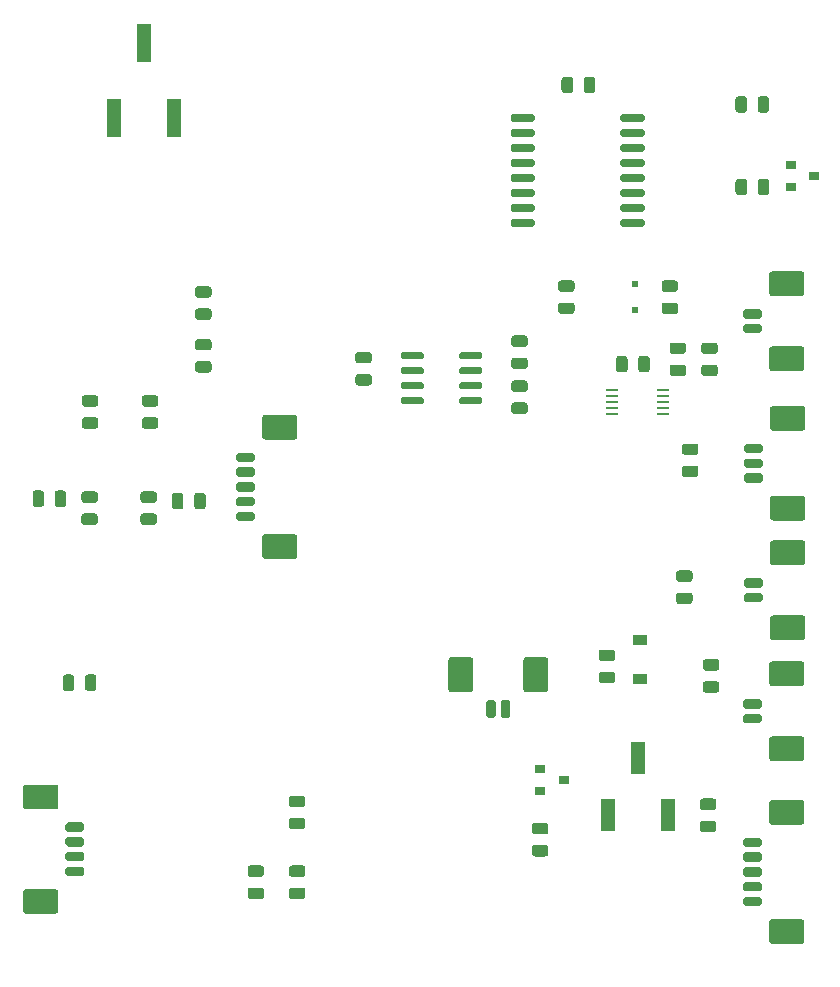
<source format=gbp>
G04 #@! TF.GenerationSoftware,KiCad,Pcbnew,5.1.6+dfsg1-1~bpo9+1*
G04 #@! TF.CreationDate,2022-04-20T06:51:38+02:00*
G04 #@! TF.ProjectId,sdrtrx-arduino,73647274-7278-42d6-9172-6475696e6f2e,rev?*
G04 #@! TF.SameCoordinates,Original*
G04 #@! TF.FileFunction,Paste,Bot*
G04 #@! TF.FilePolarity,Positive*
%FSLAX46Y46*%
G04 Gerber Fmt 4.6, Leading zero omitted, Abs format (unit mm)*
G04 Created by KiCad (PCBNEW 5.1.6+dfsg1-1~bpo9+1) date 2022-04-20 06:51:38*
%MOMM*%
%LPD*%
G01*
G04 APERTURE LIST*
%ADD10R,1.200000X0.900000*%
%ADD11R,1.100000X0.250000*%
%ADD12R,1.190000X3.300000*%
%ADD13R,0.500000X0.500000*%
%ADD14R,1.190000X2.790000*%
%ADD15R,0.900000X0.800000*%
G04 APERTURE END LIST*
G36*
G01*
X150743750Y-75650000D02*
X151656250Y-75650000D01*
G75*
G02*
X151900000Y-75893750I0J-243750D01*
G01*
X151900000Y-76381250D01*
G75*
G02*
X151656250Y-76625000I-243750J0D01*
G01*
X150743750Y-76625000D01*
G75*
G02*
X150500000Y-76381250I0J243750D01*
G01*
X150500000Y-75893750D01*
G75*
G02*
X150743750Y-75650000I243750J0D01*
G01*
G37*
G36*
G01*
X150743750Y-73775000D02*
X151656250Y-73775000D01*
G75*
G02*
X151900000Y-74018750I0J-243750D01*
G01*
X151900000Y-74506250D01*
G75*
G02*
X151656250Y-74750000I-243750J0D01*
G01*
X150743750Y-74750000D01*
G75*
G02*
X150500000Y-74506250I0J243750D01*
G01*
X150500000Y-74018750D01*
G75*
G02*
X150743750Y-73775000I243750J0D01*
G01*
G37*
D10*
X154000000Y-76250000D03*
X154000000Y-72950000D03*
G36*
G01*
X135700000Y-48745000D02*
X135700000Y-49045000D01*
G75*
G02*
X135550000Y-49195000I-150000J0D01*
G01*
X133900000Y-49195000D01*
G75*
G02*
X133750000Y-49045000I0J150000D01*
G01*
X133750000Y-48745000D01*
G75*
G02*
X133900000Y-48595000I150000J0D01*
G01*
X135550000Y-48595000D01*
G75*
G02*
X135700000Y-48745000I0J-150000D01*
G01*
G37*
G36*
G01*
X135700000Y-50015000D02*
X135700000Y-50315000D01*
G75*
G02*
X135550000Y-50465000I-150000J0D01*
G01*
X133900000Y-50465000D01*
G75*
G02*
X133750000Y-50315000I0J150000D01*
G01*
X133750000Y-50015000D01*
G75*
G02*
X133900000Y-49865000I150000J0D01*
G01*
X135550000Y-49865000D01*
G75*
G02*
X135700000Y-50015000I0J-150000D01*
G01*
G37*
G36*
G01*
X135700000Y-51285000D02*
X135700000Y-51585000D01*
G75*
G02*
X135550000Y-51735000I-150000J0D01*
G01*
X133900000Y-51735000D01*
G75*
G02*
X133750000Y-51585000I0J150000D01*
G01*
X133750000Y-51285000D01*
G75*
G02*
X133900000Y-51135000I150000J0D01*
G01*
X135550000Y-51135000D01*
G75*
G02*
X135700000Y-51285000I0J-150000D01*
G01*
G37*
G36*
G01*
X135700000Y-52555000D02*
X135700000Y-52855000D01*
G75*
G02*
X135550000Y-53005000I-150000J0D01*
G01*
X133900000Y-53005000D01*
G75*
G02*
X133750000Y-52855000I0J150000D01*
G01*
X133750000Y-52555000D01*
G75*
G02*
X133900000Y-52405000I150000J0D01*
G01*
X135550000Y-52405000D01*
G75*
G02*
X135700000Y-52555000I0J-150000D01*
G01*
G37*
G36*
G01*
X140650000Y-52555000D02*
X140650000Y-52855000D01*
G75*
G02*
X140500000Y-53005000I-150000J0D01*
G01*
X138850000Y-53005000D01*
G75*
G02*
X138700000Y-52855000I0J150000D01*
G01*
X138700000Y-52555000D01*
G75*
G02*
X138850000Y-52405000I150000J0D01*
G01*
X140500000Y-52405000D01*
G75*
G02*
X140650000Y-52555000I0J-150000D01*
G01*
G37*
G36*
G01*
X140650000Y-51285000D02*
X140650000Y-51585000D01*
G75*
G02*
X140500000Y-51735000I-150000J0D01*
G01*
X138850000Y-51735000D01*
G75*
G02*
X138700000Y-51585000I0J150000D01*
G01*
X138700000Y-51285000D01*
G75*
G02*
X138850000Y-51135000I150000J0D01*
G01*
X140500000Y-51135000D01*
G75*
G02*
X140650000Y-51285000I0J-150000D01*
G01*
G37*
G36*
G01*
X140650000Y-50015000D02*
X140650000Y-50315000D01*
G75*
G02*
X140500000Y-50465000I-150000J0D01*
G01*
X138850000Y-50465000D01*
G75*
G02*
X138700000Y-50315000I0J150000D01*
G01*
X138700000Y-50015000D01*
G75*
G02*
X138850000Y-49865000I150000J0D01*
G01*
X140500000Y-49865000D01*
G75*
G02*
X140650000Y-50015000I0J-150000D01*
G01*
G37*
G36*
G01*
X140650000Y-48745000D02*
X140650000Y-49045000D01*
G75*
G02*
X140500000Y-49195000I-150000J0D01*
G01*
X138850000Y-49195000D01*
G75*
G02*
X138700000Y-49045000I0J150000D01*
G01*
X138700000Y-48745000D01*
G75*
G02*
X138850000Y-48595000I150000J0D01*
G01*
X140500000Y-48595000D01*
G75*
G02*
X140650000Y-48745000I0J-150000D01*
G01*
G37*
D11*
X151650000Y-51800000D03*
X151650000Y-52300000D03*
X151650000Y-52800000D03*
X151650000Y-53300000D03*
X151650000Y-53800000D03*
X155950000Y-53800000D03*
X155950000Y-53300000D03*
X155950000Y-52800000D03*
X155950000Y-52300000D03*
X155950000Y-51800000D03*
G36*
G01*
X143343750Y-49050000D02*
X144256250Y-49050000D01*
G75*
G02*
X144500000Y-49293750I0J-243750D01*
G01*
X144500000Y-49781250D01*
G75*
G02*
X144256250Y-50025000I-243750J0D01*
G01*
X143343750Y-50025000D01*
G75*
G02*
X143100000Y-49781250I0J243750D01*
G01*
X143100000Y-49293750D01*
G75*
G02*
X143343750Y-49050000I243750J0D01*
G01*
G37*
G36*
G01*
X143343750Y-47175000D02*
X144256250Y-47175000D01*
G75*
G02*
X144500000Y-47418750I0J-243750D01*
G01*
X144500000Y-47906250D01*
G75*
G02*
X144256250Y-48150000I-243750J0D01*
G01*
X143343750Y-48150000D01*
G75*
G02*
X143100000Y-47906250I0J243750D01*
G01*
X143100000Y-47418750D01*
G75*
G02*
X143343750Y-47175000I243750J0D01*
G01*
G37*
G36*
G01*
X144256250Y-51950000D02*
X143343750Y-51950000D01*
G75*
G02*
X143100000Y-51706250I0J243750D01*
G01*
X143100000Y-51218750D01*
G75*
G02*
X143343750Y-50975000I243750J0D01*
G01*
X144256250Y-50975000D01*
G75*
G02*
X144500000Y-51218750I0J-243750D01*
G01*
X144500000Y-51706250D01*
G75*
G02*
X144256250Y-51950000I-243750J0D01*
G01*
G37*
G36*
G01*
X144256250Y-53825000D02*
X143343750Y-53825000D01*
G75*
G02*
X143100000Y-53581250I0J243750D01*
G01*
X143100000Y-53093750D01*
G75*
G02*
X143343750Y-52850000I243750J0D01*
G01*
X144256250Y-52850000D01*
G75*
G02*
X144500000Y-53093750I0J-243750D01*
G01*
X144500000Y-53581250D01*
G75*
G02*
X144256250Y-53825000I-243750J0D01*
G01*
G37*
G36*
G01*
X153850000Y-50056250D02*
X153850000Y-49143750D01*
G75*
G02*
X154093750Y-48900000I243750J0D01*
G01*
X154581250Y-48900000D01*
G75*
G02*
X154825000Y-49143750I0J-243750D01*
G01*
X154825000Y-50056250D01*
G75*
G02*
X154581250Y-50300000I-243750J0D01*
G01*
X154093750Y-50300000D01*
G75*
G02*
X153850000Y-50056250I0J243750D01*
G01*
G37*
G36*
G01*
X151975000Y-50056250D02*
X151975000Y-49143750D01*
G75*
G02*
X152218750Y-48900000I243750J0D01*
G01*
X152706250Y-48900000D01*
G75*
G02*
X152950000Y-49143750I0J-243750D01*
G01*
X152950000Y-50056250D01*
G75*
G02*
X152706250Y-50300000I-243750J0D01*
G01*
X152218750Y-50300000D01*
G75*
G02*
X151975000Y-50056250I0J243750D01*
G01*
G37*
D12*
X114540000Y-28800000D03*
X112000000Y-22400000D03*
X109460000Y-28800000D03*
G36*
G01*
X106943750Y-62250000D02*
X107856250Y-62250000D01*
G75*
G02*
X108100000Y-62493750I0J-243750D01*
G01*
X108100000Y-62981250D01*
G75*
G02*
X107856250Y-63225000I-243750J0D01*
G01*
X106943750Y-63225000D01*
G75*
G02*
X106700000Y-62981250I0J243750D01*
G01*
X106700000Y-62493750D01*
G75*
G02*
X106943750Y-62250000I243750J0D01*
G01*
G37*
G36*
G01*
X106943750Y-60375000D02*
X107856250Y-60375000D01*
G75*
G02*
X108100000Y-60618750I0J-243750D01*
G01*
X108100000Y-61106250D01*
G75*
G02*
X107856250Y-61350000I-243750J0D01*
G01*
X106943750Y-61350000D01*
G75*
G02*
X106700000Y-61106250I0J243750D01*
G01*
X106700000Y-60618750D01*
G75*
G02*
X106943750Y-60375000I243750J0D01*
G01*
G37*
G36*
G01*
X112856250Y-61350000D02*
X111943750Y-61350000D01*
G75*
G02*
X111700000Y-61106250I0J243750D01*
G01*
X111700000Y-60618750D01*
G75*
G02*
X111943750Y-60375000I243750J0D01*
G01*
X112856250Y-60375000D01*
G75*
G02*
X113100000Y-60618750I0J-243750D01*
G01*
X113100000Y-61106250D01*
G75*
G02*
X112856250Y-61350000I-243750J0D01*
G01*
G37*
G36*
G01*
X112856250Y-63225000D02*
X111943750Y-63225000D01*
G75*
G02*
X111700000Y-62981250I0J243750D01*
G01*
X111700000Y-62493750D01*
G75*
G02*
X111943750Y-62250000I243750J0D01*
G01*
X112856250Y-62250000D01*
G75*
G02*
X113100000Y-62493750I0J-243750D01*
G01*
X113100000Y-62981250D01*
G75*
G02*
X112856250Y-63225000I-243750J0D01*
G01*
G37*
G36*
G01*
X144125000Y-77150000D02*
X144125000Y-74650000D01*
G75*
G02*
X144375000Y-74400000I250000J0D01*
G01*
X145975000Y-74400000D01*
G75*
G02*
X146225000Y-74650000I0J-250000D01*
G01*
X146225000Y-77150000D01*
G75*
G02*
X145975000Y-77400000I-250000J0D01*
G01*
X144375000Y-77400000D01*
G75*
G02*
X144125000Y-77150000I0J250000D01*
G01*
G37*
G36*
G01*
X137775000Y-77150000D02*
X137775000Y-74650000D01*
G75*
G02*
X138025000Y-74400000I250000J0D01*
G01*
X139625000Y-74400000D01*
G75*
G02*
X139875000Y-74650000I0J-250000D01*
G01*
X139875000Y-77150000D01*
G75*
G02*
X139625000Y-77400000I-250000J0D01*
G01*
X138025000Y-77400000D01*
G75*
G02*
X137775000Y-77150000I0J250000D01*
G01*
G37*
G36*
G01*
X142225000Y-79400000D02*
X142225000Y-78200000D01*
G75*
G02*
X142425000Y-78000000I200000J0D01*
G01*
X142825000Y-78000000D01*
G75*
G02*
X143025000Y-78200000I0J-200000D01*
G01*
X143025000Y-79400000D01*
G75*
G02*
X142825000Y-79600000I-200000J0D01*
G01*
X142425000Y-79600000D01*
G75*
G02*
X142225000Y-79400000I0J200000D01*
G01*
G37*
G36*
G01*
X140975000Y-79400000D02*
X140975000Y-78200000D01*
G75*
G02*
X141175000Y-78000000I200000J0D01*
G01*
X141575000Y-78000000D01*
G75*
G02*
X141775000Y-78200000I0J-200000D01*
G01*
X141775000Y-79400000D01*
G75*
G02*
X141575000Y-79600000I-200000J0D01*
G01*
X141175000Y-79600000D01*
G75*
G02*
X140975000Y-79400000I0J200000D01*
G01*
G37*
G36*
G01*
X165175500Y-96600000D02*
X167675500Y-96600000D01*
G75*
G02*
X167925500Y-96850000I0J-250000D01*
G01*
X167925500Y-98450000D01*
G75*
G02*
X167675500Y-98700000I-250000J0D01*
G01*
X165175500Y-98700000D01*
G75*
G02*
X164925500Y-98450000I0J250000D01*
G01*
X164925500Y-96850000D01*
G75*
G02*
X165175500Y-96600000I250000J0D01*
G01*
G37*
G36*
G01*
X165175500Y-86500000D02*
X167675500Y-86500000D01*
G75*
G02*
X167925500Y-86750000I0J-250000D01*
G01*
X167925500Y-88350000D01*
G75*
G02*
X167675500Y-88600000I-250000J0D01*
G01*
X165175500Y-88600000D01*
G75*
G02*
X164925500Y-88350000I0J250000D01*
G01*
X164925500Y-86750000D01*
G75*
G02*
X165175500Y-86500000I250000J0D01*
G01*
G37*
G36*
G01*
X162925500Y-94700000D02*
X164125500Y-94700000D01*
G75*
G02*
X164325500Y-94900000I0J-200000D01*
G01*
X164325500Y-95300000D01*
G75*
G02*
X164125500Y-95500000I-200000J0D01*
G01*
X162925500Y-95500000D01*
G75*
G02*
X162725500Y-95300000I0J200000D01*
G01*
X162725500Y-94900000D01*
G75*
G02*
X162925500Y-94700000I200000J0D01*
G01*
G37*
G36*
G01*
X162925500Y-93450000D02*
X164125500Y-93450000D01*
G75*
G02*
X164325500Y-93650000I0J-200000D01*
G01*
X164325500Y-94050000D01*
G75*
G02*
X164125500Y-94250000I-200000J0D01*
G01*
X162925500Y-94250000D01*
G75*
G02*
X162725500Y-94050000I0J200000D01*
G01*
X162725500Y-93650000D01*
G75*
G02*
X162925500Y-93450000I200000J0D01*
G01*
G37*
G36*
G01*
X162925500Y-92200000D02*
X164125500Y-92200000D01*
G75*
G02*
X164325500Y-92400000I0J-200000D01*
G01*
X164325500Y-92800000D01*
G75*
G02*
X164125500Y-93000000I-200000J0D01*
G01*
X162925500Y-93000000D01*
G75*
G02*
X162725500Y-92800000I0J200000D01*
G01*
X162725500Y-92400000D01*
G75*
G02*
X162925500Y-92200000I200000J0D01*
G01*
G37*
G36*
G01*
X162925500Y-90950000D02*
X164125500Y-90950000D01*
G75*
G02*
X164325500Y-91150000I0J-200000D01*
G01*
X164325500Y-91550000D01*
G75*
G02*
X164125500Y-91750000I-200000J0D01*
G01*
X162925500Y-91750000D01*
G75*
G02*
X162725500Y-91550000I0J200000D01*
G01*
X162725500Y-91150000D01*
G75*
G02*
X162925500Y-90950000I200000J0D01*
G01*
G37*
G36*
G01*
X162925500Y-89700000D02*
X164125500Y-89700000D01*
G75*
G02*
X164325500Y-89900000I0J-200000D01*
G01*
X164325500Y-90300000D01*
G75*
G02*
X164125500Y-90500000I-200000J0D01*
G01*
X162925500Y-90500000D01*
G75*
G02*
X162725500Y-90300000I0J200000D01*
G01*
X162725500Y-89900000D01*
G75*
G02*
X162925500Y-89700000I200000J0D01*
G01*
G37*
G36*
G01*
X122250000Y-64000000D02*
X124750000Y-64000000D01*
G75*
G02*
X125000000Y-64250000I0J-250000D01*
G01*
X125000000Y-65850000D01*
G75*
G02*
X124750000Y-66100000I-250000J0D01*
G01*
X122250000Y-66100000D01*
G75*
G02*
X122000000Y-65850000I0J250000D01*
G01*
X122000000Y-64250000D01*
G75*
G02*
X122250000Y-64000000I250000J0D01*
G01*
G37*
G36*
G01*
X122250000Y-53900000D02*
X124750000Y-53900000D01*
G75*
G02*
X125000000Y-54150000I0J-250000D01*
G01*
X125000000Y-55750000D01*
G75*
G02*
X124750000Y-56000000I-250000J0D01*
G01*
X122250000Y-56000000D01*
G75*
G02*
X122000000Y-55750000I0J250000D01*
G01*
X122000000Y-54150000D01*
G75*
G02*
X122250000Y-53900000I250000J0D01*
G01*
G37*
G36*
G01*
X120000000Y-62100000D02*
X121200000Y-62100000D01*
G75*
G02*
X121400000Y-62300000I0J-200000D01*
G01*
X121400000Y-62700000D01*
G75*
G02*
X121200000Y-62900000I-200000J0D01*
G01*
X120000000Y-62900000D01*
G75*
G02*
X119800000Y-62700000I0J200000D01*
G01*
X119800000Y-62300000D01*
G75*
G02*
X120000000Y-62100000I200000J0D01*
G01*
G37*
G36*
G01*
X120000000Y-60850000D02*
X121200000Y-60850000D01*
G75*
G02*
X121400000Y-61050000I0J-200000D01*
G01*
X121400000Y-61450000D01*
G75*
G02*
X121200000Y-61650000I-200000J0D01*
G01*
X120000000Y-61650000D01*
G75*
G02*
X119800000Y-61450000I0J200000D01*
G01*
X119800000Y-61050000D01*
G75*
G02*
X120000000Y-60850000I200000J0D01*
G01*
G37*
G36*
G01*
X120000000Y-59600000D02*
X121200000Y-59600000D01*
G75*
G02*
X121400000Y-59800000I0J-200000D01*
G01*
X121400000Y-60200000D01*
G75*
G02*
X121200000Y-60400000I-200000J0D01*
G01*
X120000000Y-60400000D01*
G75*
G02*
X119800000Y-60200000I0J200000D01*
G01*
X119800000Y-59800000D01*
G75*
G02*
X120000000Y-59600000I200000J0D01*
G01*
G37*
G36*
G01*
X120000000Y-58350000D02*
X121200000Y-58350000D01*
G75*
G02*
X121400000Y-58550000I0J-200000D01*
G01*
X121400000Y-58950000D01*
G75*
G02*
X121200000Y-59150000I-200000J0D01*
G01*
X120000000Y-59150000D01*
G75*
G02*
X119800000Y-58950000I0J200000D01*
G01*
X119800000Y-58550000D01*
G75*
G02*
X120000000Y-58350000I200000J0D01*
G01*
G37*
G36*
G01*
X120000000Y-57100000D02*
X121200000Y-57100000D01*
G75*
G02*
X121400000Y-57300000I0J-200000D01*
G01*
X121400000Y-57700000D01*
G75*
G02*
X121200000Y-57900000I-200000J0D01*
G01*
X120000000Y-57900000D01*
G75*
G02*
X119800000Y-57700000I0J200000D01*
G01*
X119800000Y-57300000D01*
G75*
G02*
X120000000Y-57100000I200000J0D01*
G01*
G37*
G36*
G01*
X103550000Y-60543750D02*
X103550000Y-61456250D01*
G75*
G02*
X103306250Y-61700000I-243750J0D01*
G01*
X102818750Y-61700000D01*
G75*
G02*
X102575000Y-61456250I0J243750D01*
G01*
X102575000Y-60543750D01*
G75*
G02*
X102818750Y-60300000I243750J0D01*
G01*
X103306250Y-60300000D01*
G75*
G02*
X103550000Y-60543750I0J-243750D01*
G01*
G37*
G36*
G01*
X105425000Y-60543750D02*
X105425000Y-61456250D01*
G75*
G02*
X105181250Y-61700000I-243750J0D01*
G01*
X104693750Y-61700000D01*
G75*
G02*
X104450000Y-61456250I0J243750D01*
G01*
X104450000Y-60543750D01*
G75*
G02*
X104693750Y-60300000I243750J0D01*
G01*
X105181250Y-60300000D01*
G75*
G02*
X105425000Y-60543750I0J-243750D01*
G01*
G37*
G36*
G01*
X115350000Y-60743750D02*
X115350000Y-61656250D01*
G75*
G02*
X115106250Y-61900000I-243750J0D01*
G01*
X114618750Y-61900000D01*
G75*
G02*
X114375000Y-61656250I0J243750D01*
G01*
X114375000Y-60743750D01*
G75*
G02*
X114618750Y-60500000I243750J0D01*
G01*
X115106250Y-60500000D01*
G75*
G02*
X115350000Y-60743750I0J-243750D01*
G01*
G37*
G36*
G01*
X117225000Y-60743750D02*
X117225000Y-61656250D01*
G75*
G02*
X116981250Y-61900000I-243750J0D01*
G01*
X116493750Y-61900000D01*
G75*
G02*
X116250000Y-61656250I0J243750D01*
G01*
X116250000Y-60743750D01*
G75*
G02*
X116493750Y-60500000I243750J0D01*
G01*
X116981250Y-60500000D01*
G75*
G02*
X117225000Y-60743750I0J-243750D01*
G01*
G37*
G36*
G01*
X158206250Y-68050000D02*
X157293750Y-68050000D01*
G75*
G02*
X157050000Y-67806250I0J243750D01*
G01*
X157050000Y-67318750D01*
G75*
G02*
X157293750Y-67075000I243750J0D01*
G01*
X158206250Y-67075000D01*
G75*
G02*
X158450000Y-67318750I0J-243750D01*
G01*
X158450000Y-67806250D01*
G75*
G02*
X158206250Y-68050000I-243750J0D01*
G01*
G37*
G36*
G01*
X158206250Y-69925000D02*
X157293750Y-69925000D01*
G75*
G02*
X157050000Y-69681250I0J243750D01*
G01*
X157050000Y-69193750D01*
G75*
G02*
X157293750Y-68950000I243750J0D01*
G01*
X158206250Y-68950000D01*
G75*
G02*
X158450000Y-69193750I0J-243750D01*
G01*
X158450000Y-69681250D01*
G75*
G02*
X158206250Y-69925000I-243750J0D01*
G01*
G37*
G36*
G01*
X165250000Y-70875000D02*
X167750000Y-70875000D01*
G75*
G02*
X168000000Y-71125000I0J-250000D01*
G01*
X168000000Y-72725000D01*
G75*
G02*
X167750000Y-72975000I-250000J0D01*
G01*
X165250000Y-72975000D01*
G75*
G02*
X165000000Y-72725000I0J250000D01*
G01*
X165000000Y-71125000D01*
G75*
G02*
X165250000Y-70875000I250000J0D01*
G01*
G37*
G36*
G01*
X165250000Y-64525000D02*
X167750000Y-64525000D01*
G75*
G02*
X168000000Y-64775000I0J-250000D01*
G01*
X168000000Y-66375000D01*
G75*
G02*
X167750000Y-66625000I-250000J0D01*
G01*
X165250000Y-66625000D01*
G75*
G02*
X165000000Y-66375000I0J250000D01*
G01*
X165000000Y-64775000D01*
G75*
G02*
X165250000Y-64525000I250000J0D01*
G01*
G37*
G36*
G01*
X163000000Y-68975000D02*
X164200000Y-68975000D01*
G75*
G02*
X164400000Y-69175000I0J-200000D01*
G01*
X164400000Y-69575000D01*
G75*
G02*
X164200000Y-69775000I-200000J0D01*
G01*
X163000000Y-69775000D01*
G75*
G02*
X162800000Y-69575000I0J200000D01*
G01*
X162800000Y-69175000D01*
G75*
G02*
X163000000Y-68975000I200000J0D01*
G01*
G37*
G36*
G01*
X163000000Y-67725000D02*
X164200000Y-67725000D01*
G75*
G02*
X164400000Y-67925000I0J-200000D01*
G01*
X164400000Y-68325000D01*
G75*
G02*
X164200000Y-68525000I-200000J0D01*
G01*
X163000000Y-68525000D01*
G75*
G02*
X162800000Y-68325000I0J200000D01*
G01*
X162800000Y-67925000D01*
G75*
G02*
X163000000Y-67725000I200000J0D01*
G01*
G37*
D13*
X153606500Y-45042000D03*
X153606500Y-42842000D03*
G36*
G01*
X165175500Y-48099000D02*
X167675500Y-48099000D01*
G75*
G02*
X167925500Y-48349000I0J-250000D01*
G01*
X167925500Y-49949000D01*
G75*
G02*
X167675500Y-50199000I-250000J0D01*
G01*
X165175500Y-50199000D01*
G75*
G02*
X164925500Y-49949000I0J250000D01*
G01*
X164925500Y-48349000D01*
G75*
G02*
X165175500Y-48099000I250000J0D01*
G01*
G37*
G36*
G01*
X165175500Y-41749000D02*
X167675500Y-41749000D01*
G75*
G02*
X167925500Y-41999000I0J-250000D01*
G01*
X167925500Y-43599000D01*
G75*
G02*
X167675500Y-43849000I-250000J0D01*
G01*
X165175500Y-43849000D01*
G75*
G02*
X164925500Y-43599000I0J250000D01*
G01*
X164925500Y-41999000D01*
G75*
G02*
X165175500Y-41749000I250000J0D01*
G01*
G37*
G36*
G01*
X162925500Y-46199000D02*
X164125500Y-46199000D01*
G75*
G02*
X164325500Y-46399000I0J-200000D01*
G01*
X164325500Y-46799000D01*
G75*
G02*
X164125500Y-46999000I-200000J0D01*
G01*
X162925500Y-46999000D01*
G75*
G02*
X162725500Y-46799000I0J200000D01*
G01*
X162725500Y-46399000D01*
G75*
G02*
X162925500Y-46199000I200000J0D01*
G01*
G37*
G36*
G01*
X162925500Y-44949000D02*
X164125500Y-44949000D01*
G75*
G02*
X164325500Y-45149000I0J-200000D01*
G01*
X164325500Y-45549000D01*
G75*
G02*
X164125500Y-45749000I-200000J0D01*
G01*
X162925500Y-45749000D01*
G75*
G02*
X162725500Y-45549000I0J200000D01*
G01*
X162725500Y-45149000D01*
G75*
G02*
X162925500Y-44949000I200000J0D01*
G01*
G37*
G36*
G01*
X104509000Y-87303000D02*
X102009000Y-87303000D01*
G75*
G02*
X101759000Y-87053000I0J250000D01*
G01*
X101759000Y-85453000D01*
G75*
G02*
X102009000Y-85203000I250000J0D01*
G01*
X104509000Y-85203000D01*
G75*
G02*
X104759000Y-85453000I0J-250000D01*
G01*
X104759000Y-87053000D01*
G75*
G02*
X104509000Y-87303000I-250000J0D01*
G01*
G37*
G36*
G01*
X104509000Y-96153000D02*
X102009000Y-96153000D01*
G75*
G02*
X101759000Y-95903000I0J250000D01*
G01*
X101759000Y-94303000D01*
G75*
G02*
X102009000Y-94053000I250000J0D01*
G01*
X104509000Y-94053000D01*
G75*
G02*
X104759000Y-94303000I0J-250000D01*
G01*
X104759000Y-95903000D01*
G75*
G02*
X104509000Y-96153000I-250000J0D01*
G01*
G37*
G36*
G01*
X106759000Y-89203000D02*
X105559000Y-89203000D01*
G75*
G02*
X105359000Y-89003000I0J200000D01*
G01*
X105359000Y-88603000D01*
G75*
G02*
X105559000Y-88403000I200000J0D01*
G01*
X106759000Y-88403000D01*
G75*
G02*
X106959000Y-88603000I0J-200000D01*
G01*
X106959000Y-89003000D01*
G75*
G02*
X106759000Y-89203000I-200000J0D01*
G01*
G37*
G36*
G01*
X106759000Y-90453000D02*
X105559000Y-90453000D01*
G75*
G02*
X105359000Y-90253000I0J200000D01*
G01*
X105359000Y-89853000D01*
G75*
G02*
X105559000Y-89653000I200000J0D01*
G01*
X106759000Y-89653000D01*
G75*
G02*
X106959000Y-89853000I0J-200000D01*
G01*
X106959000Y-90253000D01*
G75*
G02*
X106759000Y-90453000I-200000J0D01*
G01*
G37*
G36*
G01*
X106759000Y-91703000D02*
X105559000Y-91703000D01*
G75*
G02*
X105359000Y-91503000I0J200000D01*
G01*
X105359000Y-91103000D01*
G75*
G02*
X105559000Y-90903000I200000J0D01*
G01*
X106759000Y-90903000D01*
G75*
G02*
X106959000Y-91103000I0J-200000D01*
G01*
X106959000Y-91503000D01*
G75*
G02*
X106759000Y-91703000I-200000J0D01*
G01*
G37*
G36*
G01*
X106759000Y-92953000D02*
X105559000Y-92953000D01*
G75*
G02*
X105359000Y-92753000I0J200000D01*
G01*
X105359000Y-92353000D01*
G75*
G02*
X105559000Y-92153000I200000J0D01*
G01*
X106759000Y-92153000D01*
G75*
G02*
X106959000Y-92353000I0J-200000D01*
G01*
X106959000Y-92753000D01*
G75*
G02*
X106759000Y-92953000I-200000J0D01*
G01*
G37*
G36*
G01*
X165175500Y-81125000D02*
X167675500Y-81125000D01*
G75*
G02*
X167925500Y-81375000I0J-250000D01*
G01*
X167925500Y-82975000D01*
G75*
G02*
X167675500Y-83225000I-250000J0D01*
G01*
X165175500Y-83225000D01*
G75*
G02*
X164925500Y-82975000I0J250000D01*
G01*
X164925500Y-81375000D01*
G75*
G02*
X165175500Y-81125000I250000J0D01*
G01*
G37*
G36*
G01*
X165175500Y-74775000D02*
X167675500Y-74775000D01*
G75*
G02*
X167925500Y-75025000I0J-250000D01*
G01*
X167925500Y-76625000D01*
G75*
G02*
X167675500Y-76875000I-250000J0D01*
G01*
X165175500Y-76875000D01*
G75*
G02*
X164925500Y-76625000I0J250000D01*
G01*
X164925500Y-75025000D01*
G75*
G02*
X165175500Y-74775000I250000J0D01*
G01*
G37*
G36*
G01*
X162925500Y-79225000D02*
X164125500Y-79225000D01*
G75*
G02*
X164325500Y-79425000I0J-200000D01*
G01*
X164325500Y-79825000D01*
G75*
G02*
X164125500Y-80025000I-200000J0D01*
G01*
X162925500Y-80025000D01*
G75*
G02*
X162725500Y-79825000I0J200000D01*
G01*
X162725500Y-79425000D01*
G75*
G02*
X162925500Y-79225000I200000J0D01*
G01*
G37*
G36*
G01*
X162925500Y-77975000D02*
X164125500Y-77975000D01*
G75*
G02*
X164325500Y-78175000I0J-200000D01*
G01*
X164325500Y-78575000D01*
G75*
G02*
X164125500Y-78775000I-200000J0D01*
G01*
X162925500Y-78775000D01*
G75*
G02*
X162725500Y-78575000I0J200000D01*
G01*
X162725500Y-78175000D01*
G75*
G02*
X162925500Y-77975000I200000J0D01*
G01*
G37*
G36*
G01*
X165250000Y-60750000D02*
X167750000Y-60750000D01*
G75*
G02*
X168000000Y-61000000I0J-250000D01*
G01*
X168000000Y-62600000D01*
G75*
G02*
X167750000Y-62850000I-250000J0D01*
G01*
X165250000Y-62850000D01*
G75*
G02*
X165000000Y-62600000I0J250000D01*
G01*
X165000000Y-61000000D01*
G75*
G02*
X165250000Y-60750000I250000J0D01*
G01*
G37*
G36*
G01*
X165250000Y-53150000D02*
X167750000Y-53150000D01*
G75*
G02*
X168000000Y-53400000I0J-250000D01*
G01*
X168000000Y-55000000D01*
G75*
G02*
X167750000Y-55250000I-250000J0D01*
G01*
X165250000Y-55250000D01*
G75*
G02*
X165000000Y-55000000I0J250000D01*
G01*
X165000000Y-53400000D01*
G75*
G02*
X165250000Y-53150000I250000J0D01*
G01*
G37*
G36*
G01*
X163000000Y-58850000D02*
X164200000Y-58850000D01*
G75*
G02*
X164400000Y-59050000I0J-200000D01*
G01*
X164400000Y-59450000D01*
G75*
G02*
X164200000Y-59650000I-200000J0D01*
G01*
X163000000Y-59650000D01*
G75*
G02*
X162800000Y-59450000I0J200000D01*
G01*
X162800000Y-59050000D01*
G75*
G02*
X163000000Y-58850000I200000J0D01*
G01*
G37*
G36*
G01*
X163000000Y-57600000D02*
X164200000Y-57600000D01*
G75*
G02*
X164400000Y-57800000I0J-200000D01*
G01*
X164400000Y-58200000D01*
G75*
G02*
X164200000Y-58400000I-200000J0D01*
G01*
X163000000Y-58400000D01*
G75*
G02*
X162800000Y-58200000I0J200000D01*
G01*
X162800000Y-57800000D01*
G75*
G02*
X163000000Y-57600000I200000J0D01*
G01*
G37*
G36*
G01*
X163000000Y-56350000D02*
X164200000Y-56350000D01*
G75*
G02*
X164400000Y-56550000I0J-200000D01*
G01*
X164400000Y-56950000D01*
G75*
G02*
X164200000Y-57150000I-200000J0D01*
G01*
X163000000Y-57150000D01*
G75*
G02*
X162800000Y-56950000I0J200000D01*
G01*
X162800000Y-56550000D01*
G75*
G02*
X163000000Y-56350000I200000J0D01*
G01*
G37*
G36*
G01*
X152342000Y-37805500D02*
X152342000Y-37505500D01*
G75*
G02*
X152492000Y-37355500I150000J0D01*
G01*
X154242000Y-37355500D01*
G75*
G02*
X154392000Y-37505500I0J-150000D01*
G01*
X154392000Y-37805500D01*
G75*
G02*
X154242000Y-37955500I-150000J0D01*
G01*
X152492000Y-37955500D01*
G75*
G02*
X152342000Y-37805500I0J150000D01*
G01*
G37*
G36*
G01*
X152342000Y-36535500D02*
X152342000Y-36235500D01*
G75*
G02*
X152492000Y-36085500I150000J0D01*
G01*
X154242000Y-36085500D01*
G75*
G02*
X154392000Y-36235500I0J-150000D01*
G01*
X154392000Y-36535500D01*
G75*
G02*
X154242000Y-36685500I-150000J0D01*
G01*
X152492000Y-36685500D01*
G75*
G02*
X152342000Y-36535500I0J150000D01*
G01*
G37*
G36*
G01*
X152342000Y-35265500D02*
X152342000Y-34965500D01*
G75*
G02*
X152492000Y-34815500I150000J0D01*
G01*
X154242000Y-34815500D01*
G75*
G02*
X154392000Y-34965500I0J-150000D01*
G01*
X154392000Y-35265500D01*
G75*
G02*
X154242000Y-35415500I-150000J0D01*
G01*
X152492000Y-35415500D01*
G75*
G02*
X152342000Y-35265500I0J150000D01*
G01*
G37*
G36*
G01*
X152342000Y-33995500D02*
X152342000Y-33695500D01*
G75*
G02*
X152492000Y-33545500I150000J0D01*
G01*
X154242000Y-33545500D01*
G75*
G02*
X154392000Y-33695500I0J-150000D01*
G01*
X154392000Y-33995500D01*
G75*
G02*
X154242000Y-34145500I-150000J0D01*
G01*
X152492000Y-34145500D01*
G75*
G02*
X152342000Y-33995500I0J150000D01*
G01*
G37*
G36*
G01*
X152342000Y-32725500D02*
X152342000Y-32425500D01*
G75*
G02*
X152492000Y-32275500I150000J0D01*
G01*
X154242000Y-32275500D01*
G75*
G02*
X154392000Y-32425500I0J-150000D01*
G01*
X154392000Y-32725500D01*
G75*
G02*
X154242000Y-32875500I-150000J0D01*
G01*
X152492000Y-32875500D01*
G75*
G02*
X152342000Y-32725500I0J150000D01*
G01*
G37*
G36*
G01*
X152342000Y-31455500D02*
X152342000Y-31155500D01*
G75*
G02*
X152492000Y-31005500I150000J0D01*
G01*
X154242000Y-31005500D01*
G75*
G02*
X154392000Y-31155500I0J-150000D01*
G01*
X154392000Y-31455500D01*
G75*
G02*
X154242000Y-31605500I-150000J0D01*
G01*
X152492000Y-31605500D01*
G75*
G02*
X152342000Y-31455500I0J150000D01*
G01*
G37*
G36*
G01*
X152342000Y-30185500D02*
X152342000Y-29885500D01*
G75*
G02*
X152492000Y-29735500I150000J0D01*
G01*
X154242000Y-29735500D01*
G75*
G02*
X154392000Y-29885500I0J-150000D01*
G01*
X154392000Y-30185500D01*
G75*
G02*
X154242000Y-30335500I-150000J0D01*
G01*
X152492000Y-30335500D01*
G75*
G02*
X152342000Y-30185500I0J150000D01*
G01*
G37*
G36*
G01*
X152342000Y-28915500D02*
X152342000Y-28615500D01*
G75*
G02*
X152492000Y-28465500I150000J0D01*
G01*
X154242000Y-28465500D01*
G75*
G02*
X154392000Y-28615500I0J-150000D01*
G01*
X154392000Y-28915500D01*
G75*
G02*
X154242000Y-29065500I-150000J0D01*
G01*
X152492000Y-29065500D01*
G75*
G02*
X152342000Y-28915500I0J150000D01*
G01*
G37*
G36*
G01*
X143042000Y-28915500D02*
X143042000Y-28615500D01*
G75*
G02*
X143192000Y-28465500I150000J0D01*
G01*
X144942000Y-28465500D01*
G75*
G02*
X145092000Y-28615500I0J-150000D01*
G01*
X145092000Y-28915500D01*
G75*
G02*
X144942000Y-29065500I-150000J0D01*
G01*
X143192000Y-29065500D01*
G75*
G02*
X143042000Y-28915500I0J150000D01*
G01*
G37*
G36*
G01*
X143042000Y-30185500D02*
X143042000Y-29885500D01*
G75*
G02*
X143192000Y-29735500I150000J0D01*
G01*
X144942000Y-29735500D01*
G75*
G02*
X145092000Y-29885500I0J-150000D01*
G01*
X145092000Y-30185500D01*
G75*
G02*
X144942000Y-30335500I-150000J0D01*
G01*
X143192000Y-30335500D01*
G75*
G02*
X143042000Y-30185500I0J150000D01*
G01*
G37*
G36*
G01*
X143042000Y-31455500D02*
X143042000Y-31155500D01*
G75*
G02*
X143192000Y-31005500I150000J0D01*
G01*
X144942000Y-31005500D01*
G75*
G02*
X145092000Y-31155500I0J-150000D01*
G01*
X145092000Y-31455500D01*
G75*
G02*
X144942000Y-31605500I-150000J0D01*
G01*
X143192000Y-31605500D01*
G75*
G02*
X143042000Y-31455500I0J150000D01*
G01*
G37*
G36*
G01*
X143042000Y-32725500D02*
X143042000Y-32425500D01*
G75*
G02*
X143192000Y-32275500I150000J0D01*
G01*
X144942000Y-32275500D01*
G75*
G02*
X145092000Y-32425500I0J-150000D01*
G01*
X145092000Y-32725500D01*
G75*
G02*
X144942000Y-32875500I-150000J0D01*
G01*
X143192000Y-32875500D01*
G75*
G02*
X143042000Y-32725500I0J150000D01*
G01*
G37*
G36*
G01*
X143042000Y-33995500D02*
X143042000Y-33695500D01*
G75*
G02*
X143192000Y-33545500I150000J0D01*
G01*
X144942000Y-33545500D01*
G75*
G02*
X145092000Y-33695500I0J-150000D01*
G01*
X145092000Y-33995500D01*
G75*
G02*
X144942000Y-34145500I-150000J0D01*
G01*
X143192000Y-34145500D01*
G75*
G02*
X143042000Y-33995500I0J150000D01*
G01*
G37*
G36*
G01*
X143042000Y-35265500D02*
X143042000Y-34965500D01*
G75*
G02*
X143192000Y-34815500I150000J0D01*
G01*
X144942000Y-34815500D01*
G75*
G02*
X145092000Y-34965500I0J-150000D01*
G01*
X145092000Y-35265500D01*
G75*
G02*
X144942000Y-35415500I-150000J0D01*
G01*
X143192000Y-35415500D01*
G75*
G02*
X143042000Y-35265500I0J150000D01*
G01*
G37*
G36*
G01*
X143042000Y-36535500D02*
X143042000Y-36235500D01*
G75*
G02*
X143192000Y-36085500I150000J0D01*
G01*
X144942000Y-36085500D01*
G75*
G02*
X145092000Y-36235500I0J-150000D01*
G01*
X145092000Y-36535500D01*
G75*
G02*
X144942000Y-36685500I-150000J0D01*
G01*
X143192000Y-36685500D01*
G75*
G02*
X143042000Y-36535500I0J150000D01*
G01*
G37*
G36*
G01*
X143042000Y-37805500D02*
X143042000Y-37505500D01*
G75*
G02*
X143192000Y-37355500I150000J0D01*
G01*
X144942000Y-37355500D01*
G75*
G02*
X145092000Y-37505500I0J-150000D01*
G01*
X145092000Y-37805500D01*
G75*
G02*
X144942000Y-37955500I-150000J0D01*
G01*
X143192000Y-37955500D01*
G75*
G02*
X143042000Y-37805500I0J150000D01*
G01*
G37*
D14*
X151257000Y-87757000D03*
X153797000Y-82927000D03*
X156337000Y-87757000D03*
G36*
G01*
X160476250Y-75550000D02*
X159563750Y-75550000D01*
G75*
G02*
X159320000Y-75306250I0J243750D01*
G01*
X159320000Y-74818750D01*
G75*
G02*
X159563750Y-74575000I243750J0D01*
G01*
X160476250Y-74575000D01*
G75*
G02*
X160720000Y-74818750I0J-243750D01*
G01*
X160720000Y-75306250D01*
G75*
G02*
X160476250Y-75550000I-243750J0D01*
G01*
G37*
G36*
G01*
X160476250Y-77425000D02*
X159563750Y-77425000D01*
G75*
G02*
X159320000Y-77181250I0J243750D01*
G01*
X159320000Y-76693750D01*
G75*
G02*
X159563750Y-76450000I243750J0D01*
G01*
X160476250Y-76450000D01*
G75*
G02*
X160720000Y-76693750I0J-243750D01*
G01*
X160720000Y-77181250D01*
G75*
G02*
X160476250Y-77425000I-243750J0D01*
G01*
G37*
G36*
G01*
X163962500Y-28078750D02*
X163962500Y-27166250D01*
G75*
G02*
X164206250Y-26922500I243750J0D01*
G01*
X164693750Y-26922500D01*
G75*
G02*
X164937500Y-27166250I0J-243750D01*
G01*
X164937500Y-28078750D01*
G75*
G02*
X164693750Y-28322500I-243750J0D01*
G01*
X164206250Y-28322500D01*
G75*
G02*
X163962500Y-28078750I0J243750D01*
G01*
G37*
G36*
G01*
X162087500Y-28078750D02*
X162087500Y-27166250D01*
G75*
G02*
X162331250Y-26922500I243750J0D01*
G01*
X162818750Y-26922500D01*
G75*
G02*
X163062500Y-27166250I0J-243750D01*
G01*
X163062500Y-28078750D01*
G75*
G02*
X162818750Y-28322500I-243750J0D01*
G01*
X162331250Y-28322500D01*
G75*
G02*
X162087500Y-28078750I0J243750D01*
G01*
G37*
G36*
G01*
X163962500Y-35063750D02*
X163962500Y-34151250D01*
G75*
G02*
X164206250Y-33907500I243750J0D01*
G01*
X164693750Y-33907500D01*
G75*
G02*
X164937500Y-34151250I0J-243750D01*
G01*
X164937500Y-35063750D01*
G75*
G02*
X164693750Y-35307500I-243750J0D01*
G01*
X164206250Y-35307500D01*
G75*
G02*
X163962500Y-35063750I0J243750D01*
G01*
G37*
G36*
G01*
X162087500Y-35063750D02*
X162087500Y-34151250D01*
G75*
G02*
X162331250Y-33907500I243750J0D01*
G01*
X162818750Y-33907500D01*
G75*
G02*
X163062500Y-34151250I0J-243750D01*
G01*
X163062500Y-35063750D01*
G75*
G02*
X162818750Y-35307500I-243750J0D01*
G01*
X162331250Y-35307500D01*
G75*
G02*
X162087500Y-35063750I0J243750D01*
G01*
G37*
G36*
G01*
X160222250Y-87355500D02*
X159309750Y-87355500D01*
G75*
G02*
X159066000Y-87111750I0J243750D01*
G01*
X159066000Y-86624250D01*
G75*
G02*
X159309750Y-86380500I243750J0D01*
G01*
X160222250Y-86380500D01*
G75*
G02*
X160466000Y-86624250I0J-243750D01*
G01*
X160466000Y-87111750D01*
G75*
G02*
X160222250Y-87355500I-243750J0D01*
G01*
G37*
G36*
G01*
X160222250Y-89230500D02*
X159309750Y-89230500D01*
G75*
G02*
X159066000Y-88986750I0J243750D01*
G01*
X159066000Y-88499250D01*
G75*
G02*
X159309750Y-88255500I243750J0D01*
G01*
X160222250Y-88255500D01*
G75*
G02*
X160466000Y-88499250I0J-243750D01*
G01*
X160466000Y-88986750D01*
G75*
G02*
X160222250Y-89230500I-243750J0D01*
G01*
G37*
G36*
G01*
X124511750Y-93922000D02*
X125424250Y-93922000D01*
G75*
G02*
X125668000Y-94165750I0J-243750D01*
G01*
X125668000Y-94653250D01*
G75*
G02*
X125424250Y-94897000I-243750J0D01*
G01*
X124511750Y-94897000D01*
G75*
G02*
X124268000Y-94653250I0J243750D01*
G01*
X124268000Y-94165750D01*
G75*
G02*
X124511750Y-93922000I243750J0D01*
G01*
G37*
G36*
G01*
X124511750Y-92047000D02*
X125424250Y-92047000D01*
G75*
G02*
X125668000Y-92290750I0J-243750D01*
G01*
X125668000Y-92778250D01*
G75*
G02*
X125424250Y-93022000I-243750J0D01*
G01*
X124511750Y-93022000D01*
G75*
G02*
X124268000Y-92778250I0J243750D01*
G01*
X124268000Y-92290750D01*
G75*
G02*
X124511750Y-92047000I243750J0D01*
G01*
G37*
G36*
G01*
X121019250Y-93922000D02*
X121931750Y-93922000D01*
G75*
G02*
X122175500Y-94165750I0J-243750D01*
G01*
X122175500Y-94653250D01*
G75*
G02*
X121931750Y-94897000I-243750J0D01*
G01*
X121019250Y-94897000D01*
G75*
G02*
X120775500Y-94653250I0J243750D01*
G01*
X120775500Y-94165750D01*
G75*
G02*
X121019250Y-93922000I243750J0D01*
G01*
G37*
G36*
G01*
X121019250Y-92047000D02*
X121931750Y-92047000D01*
G75*
G02*
X122175500Y-92290750I0J-243750D01*
G01*
X122175500Y-92778250D01*
G75*
G02*
X121931750Y-93022000I-243750J0D01*
G01*
X121019250Y-93022000D01*
G75*
G02*
X120775500Y-92778250I0J243750D01*
G01*
X120775500Y-92290750D01*
G75*
G02*
X121019250Y-92047000I243750J0D01*
G01*
G37*
G36*
G01*
X145085750Y-90317500D02*
X145998250Y-90317500D01*
G75*
G02*
X146242000Y-90561250I0J-243750D01*
G01*
X146242000Y-91048750D01*
G75*
G02*
X145998250Y-91292500I-243750J0D01*
G01*
X145085750Y-91292500D01*
G75*
G02*
X144842000Y-91048750I0J243750D01*
G01*
X144842000Y-90561250D01*
G75*
G02*
X145085750Y-90317500I243750J0D01*
G01*
G37*
G36*
G01*
X145085750Y-88442500D02*
X145998250Y-88442500D01*
G75*
G02*
X146242000Y-88686250I0J-243750D01*
G01*
X146242000Y-89173750D01*
G75*
G02*
X145998250Y-89417500I-243750J0D01*
G01*
X145085750Y-89417500D01*
G75*
G02*
X144842000Y-89173750I0J243750D01*
G01*
X144842000Y-88686250D01*
G75*
G02*
X145085750Y-88442500I243750J0D01*
G01*
G37*
G36*
G01*
X157793750Y-58200000D02*
X158706250Y-58200000D01*
G75*
G02*
X158950000Y-58443750I0J-243750D01*
G01*
X158950000Y-58931250D01*
G75*
G02*
X158706250Y-59175000I-243750J0D01*
G01*
X157793750Y-59175000D01*
G75*
G02*
X157550000Y-58931250I0J243750D01*
G01*
X157550000Y-58443750D01*
G75*
G02*
X157793750Y-58200000I243750J0D01*
G01*
G37*
G36*
G01*
X157793750Y-56325000D02*
X158706250Y-56325000D01*
G75*
G02*
X158950000Y-56568750I0J-243750D01*
G01*
X158950000Y-57056250D01*
G75*
G02*
X158706250Y-57300000I-243750J0D01*
G01*
X157793750Y-57300000D01*
G75*
G02*
X157550000Y-57056250I0J243750D01*
G01*
X157550000Y-56568750D01*
G75*
G02*
X157793750Y-56325000I243750J0D01*
G01*
G37*
G36*
G01*
X107003000Y-77037250D02*
X107003000Y-76124750D01*
G75*
G02*
X107246750Y-75881000I243750J0D01*
G01*
X107734250Y-75881000D01*
G75*
G02*
X107978000Y-76124750I0J-243750D01*
G01*
X107978000Y-77037250D01*
G75*
G02*
X107734250Y-77281000I-243750J0D01*
G01*
X107246750Y-77281000D01*
G75*
G02*
X107003000Y-77037250I0J243750D01*
G01*
G37*
G36*
G01*
X105128000Y-77037250D02*
X105128000Y-76124750D01*
G75*
G02*
X105371750Y-75881000I243750J0D01*
G01*
X105859250Y-75881000D01*
G75*
G02*
X106103000Y-76124750I0J-243750D01*
G01*
X106103000Y-77037250D01*
G75*
G02*
X105859250Y-77281000I-243750J0D01*
G01*
X105371750Y-77281000D01*
G75*
G02*
X105128000Y-77037250I0J243750D01*
G01*
G37*
G36*
G01*
X125424250Y-87116500D02*
X124511750Y-87116500D01*
G75*
G02*
X124268000Y-86872750I0J243750D01*
G01*
X124268000Y-86385250D01*
G75*
G02*
X124511750Y-86141500I243750J0D01*
G01*
X125424250Y-86141500D01*
G75*
G02*
X125668000Y-86385250I0J-243750D01*
G01*
X125668000Y-86872750D01*
G75*
G02*
X125424250Y-87116500I-243750J0D01*
G01*
G37*
G36*
G01*
X125424250Y-88991500D02*
X124511750Y-88991500D01*
G75*
G02*
X124268000Y-88747750I0J243750D01*
G01*
X124268000Y-88260250D01*
G75*
G02*
X124511750Y-88016500I243750J0D01*
G01*
X125424250Y-88016500D01*
G75*
G02*
X125668000Y-88260250I0J-243750D01*
G01*
X125668000Y-88747750D01*
G75*
G02*
X125424250Y-88991500I-243750J0D01*
G01*
G37*
G36*
G01*
X156743750Y-49650000D02*
X157656250Y-49650000D01*
G75*
G02*
X157900000Y-49893750I0J-243750D01*
G01*
X157900000Y-50381250D01*
G75*
G02*
X157656250Y-50625000I-243750J0D01*
G01*
X156743750Y-50625000D01*
G75*
G02*
X156500000Y-50381250I0J243750D01*
G01*
X156500000Y-49893750D01*
G75*
G02*
X156743750Y-49650000I243750J0D01*
G01*
G37*
G36*
G01*
X156743750Y-47775000D02*
X157656250Y-47775000D01*
G75*
G02*
X157900000Y-48018750I0J-243750D01*
G01*
X157900000Y-48506250D01*
G75*
G02*
X157656250Y-48750000I-243750J0D01*
G01*
X156743750Y-48750000D01*
G75*
G02*
X156500000Y-48506250I0J243750D01*
G01*
X156500000Y-48018750D01*
G75*
G02*
X156743750Y-47775000I243750J0D01*
G01*
G37*
G36*
G01*
X116574250Y-44885000D02*
X117486750Y-44885000D01*
G75*
G02*
X117730500Y-45128750I0J-243750D01*
G01*
X117730500Y-45616250D01*
G75*
G02*
X117486750Y-45860000I-243750J0D01*
G01*
X116574250Y-45860000D01*
G75*
G02*
X116330500Y-45616250I0J243750D01*
G01*
X116330500Y-45128750D01*
G75*
G02*
X116574250Y-44885000I243750J0D01*
G01*
G37*
G36*
G01*
X116574250Y-43010000D02*
X117486750Y-43010000D01*
G75*
G02*
X117730500Y-43253750I0J-243750D01*
G01*
X117730500Y-43741250D01*
G75*
G02*
X117486750Y-43985000I-243750J0D01*
G01*
X116574250Y-43985000D01*
G75*
G02*
X116330500Y-43741250I0J243750D01*
G01*
X116330500Y-43253750D01*
G75*
G02*
X116574250Y-43010000I243750J0D01*
G01*
G37*
G36*
G01*
X156983750Y-43492000D02*
X156071250Y-43492000D01*
G75*
G02*
X155827500Y-43248250I0J243750D01*
G01*
X155827500Y-42760750D01*
G75*
G02*
X156071250Y-42517000I243750J0D01*
G01*
X156983750Y-42517000D01*
G75*
G02*
X157227500Y-42760750I0J-243750D01*
G01*
X157227500Y-43248250D01*
G75*
G02*
X156983750Y-43492000I-243750J0D01*
G01*
G37*
G36*
G01*
X156983750Y-45367000D02*
X156071250Y-45367000D01*
G75*
G02*
X155827500Y-45123250I0J243750D01*
G01*
X155827500Y-44635750D01*
G75*
G02*
X156071250Y-44392000I243750J0D01*
G01*
X156983750Y-44392000D01*
G75*
G02*
X157227500Y-44635750I0J-243750D01*
G01*
X157227500Y-45123250D01*
G75*
G02*
X156983750Y-45367000I-243750J0D01*
G01*
G37*
G36*
G01*
X106985750Y-54107500D02*
X107898250Y-54107500D01*
G75*
G02*
X108142000Y-54351250I0J-243750D01*
G01*
X108142000Y-54838750D01*
G75*
G02*
X107898250Y-55082500I-243750J0D01*
G01*
X106985750Y-55082500D01*
G75*
G02*
X106742000Y-54838750I0J243750D01*
G01*
X106742000Y-54351250D01*
G75*
G02*
X106985750Y-54107500I243750J0D01*
G01*
G37*
G36*
G01*
X106985750Y-52232500D02*
X107898250Y-52232500D01*
G75*
G02*
X108142000Y-52476250I0J-243750D01*
G01*
X108142000Y-52963750D01*
G75*
G02*
X107898250Y-53207500I-243750J0D01*
G01*
X106985750Y-53207500D01*
G75*
G02*
X106742000Y-52963750I0J243750D01*
G01*
X106742000Y-52476250D01*
G75*
G02*
X106985750Y-52232500I243750J0D01*
G01*
G37*
G36*
G01*
X159436750Y-49650000D02*
X160349250Y-49650000D01*
G75*
G02*
X160593000Y-49893750I0J-243750D01*
G01*
X160593000Y-50381250D01*
G75*
G02*
X160349250Y-50625000I-243750J0D01*
G01*
X159436750Y-50625000D01*
G75*
G02*
X159193000Y-50381250I0J243750D01*
G01*
X159193000Y-49893750D01*
G75*
G02*
X159436750Y-49650000I243750J0D01*
G01*
G37*
G36*
G01*
X159436750Y-47775000D02*
X160349250Y-47775000D01*
G75*
G02*
X160593000Y-48018750I0J-243750D01*
G01*
X160593000Y-48506250D01*
G75*
G02*
X160349250Y-48750000I-243750J0D01*
G01*
X159436750Y-48750000D01*
G75*
G02*
X159193000Y-48506250I0J243750D01*
G01*
X159193000Y-48018750D01*
G75*
G02*
X159436750Y-47775000I243750J0D01*
G01*
G37*
G36*
G01*
X112065750Y-54107500D02*
X112978250Y-54107500D01*
G75*
G02*
X113222000Y-54351250I0J-243750D01*
G01*
X113222000Y-54838750D01*
G75*
G02*
X112978250Y-55082500I-243750J0D01*
G01*
X112065750Y-55082500D01*
G75*
G02*
X111822000Y-54838750I0J243750D01*
G01*
X111822000Y-54351250D01*
G75*
G02*
X112065750Y-54107500I243750J0D01*
G01*
G37*
G36*
G01*
X112065750Y-52232500D02*
X112978250Y-52232500D01*
G75*
G02*
X113222000Y-52476250I0J-243750D01*
G01*
X113222000Y-52963750D01*
G75*
G02*
X112978250Y-53207500I-243750J0D01*
G01*
X112065750Y-53207500D01*
G75*
G02*
X111822000Y-52963750I0J243750D01*
G01*
X111822000Y-52476250D01*
G75*
G02*
X112065750Y-52232500I243750J0D01*
G01*
G37*
D15*
X168767000Y-33655000D03*
X166767000Y-32705000D03*
X166767000Y-34605000D03*
X147558000Y-84836000D03*
X145558000Y-83886000D03*
X145558000Y-85786000D03*
G36*
G01*
X117486750Y-48445000D02*
X116574250Y-48445000D01*
G75*
G02*
X116330500Y-48201250I0J243750D01*
G01*
X116330500Y-47713750D01*
G75*
G02*
X116574250Y-47470000I243750J0D01*
G01*
X117486750Y-47470000D01*
G75*
G02*
X117730500Y-47713750I0J-243750D01*
G01*
X117730500Y-48201250D01*
G75*
G02*
X117486750Y-48445000I-243750J0D01*
G01*
G37*
G36*
G01*
X117486750Y-50320000D02*
X116574250Y-50320000D01*
G75*
G02*
X116330500Y-50076250I0J243750D01*
G01*
X116330500Y-49588750D01*
G75*
G02*
X116574250Y-49345000I243750J0D01*
G01*
X117486750Y-49345000D01*
G75*
G02*
X117730500Y-49588750I0J-243750D01*
G01*
X117730500Y-50076250D01*
G75*
G02*
X117486750Y-50320000I-243750J0D01*
G01*
G37*
G36*
G01*
X148330500Y-25515250D02*
X148330500Y-26427750D01*
G75*
G02*
X148086750Y-26671500I-243750J0D01*
G01*
X147599250Y-26671500D01*
G75*
G02*
X147355500Y-26427750I0J243750D01*
G01*
X147355500Y-25515250D01*
G75*
G02*
X147599250Y-25271500I243750J0D01*
G01*
X148086750Y-25271500D01*
G75*
G02*
X148330500Y-25515250I0J-243750D01*
G01*
G37*
G36*
G01*
X150205500Y-25515250D02*
X150205500Y-26427750D01*
G75*
G02*
X149961750Y-26671500I-243750J0D01*
G01*
X149474250Y-26671500D01*
G75*
G02*
X149230500Y-26427750I0J243750D01*
G01*
X149230500Y-25515250D01*
G75*
G02*
X149474250Y-25271500I243750J0D01*
G01*
X149961750Y-25271500D01*
G75*
G02*
X150205500Y-25515250I0J-243750D01*
G01*
G37*
G36*
G01*
X130143750Y-50450000D02*
X131056250Y-50450000D01*
G75*
G02*
X131300000Y-50693750I0J-243750D01*
G01*
X131300000Y-51181250D01*
G75*
G02*
X131056250Y-51425000I-243750J0D01*
G01*
X130143750Y-51425000D01*
G75*
G02*
X129900000Y-51181250I0J243750D01*
G01*
X129900000Y-50693750D01*
G75*
G02*
X130143750Y-50450000I243750J0D01*
G01*
G37*
G36*
G01*
X130143750Y-48575000D02*
X131056250Y-48575000D01*
G75*
G02*
X131300000Y-48818750I0J-243750D01*
G01*
X131300000Y-49306250D01*
G75*
G02*
X131056250Y-49550000I-243750J0D01*
G01*
X130143750Y-49550000D01*
G75*
G02*
X129900000Y-49306250I0J243750D01*
G01*
X129900000Y-48818750D01*
G75*
G02*
X130143750Y-48575000I243750J0D01*
G01*
G37*
G36*
G01*
X147308250Y-44392000D02*
X148220750Y-44392000D01*
G75*
G02*
X148464500Y-44635750I0J-243750D01*
G01*
X148464500Y-45123250D01*
G75*
G02*
X148220750Y-45367000I-243750J0D01*
G01*
X147308250Y-45367000D01*
G75*
G02*
X147064500Y-45123250I0J243750D01*
G01*
X147064500Y-44635750D01*
G75*
G02*
X147308250Y-44392000I243750J0D01*
G01*
G37*
G36*
G01*
X147308250Y-42517000D02*
X148220750Y-42517000D01*
G75*
G02*
X148464500Y-42760750I0J-243750D01*
G01*
X148464500Y-43248250D01*
G75*
G02*
X148220750Y-43492000I-243750J0D01*
G01*
X147308250Y-43492000D01*
G75*
G02*
X147064500Y-43248250I0J243750D01*
G01*
X147064500Y-42760750D01*
G75*
G02*
X147308250Y-42517000I243750J0D01*
G01*
G37*
M02*

</source>
